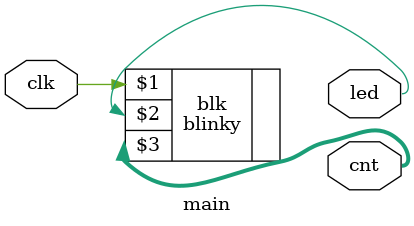
<source format=sv>

module main(
    input logic clk,
    output logic led,
    output logic [24:0] cnt
);

    blinky blk(clk, led, cnt);

endmodule

</source>
